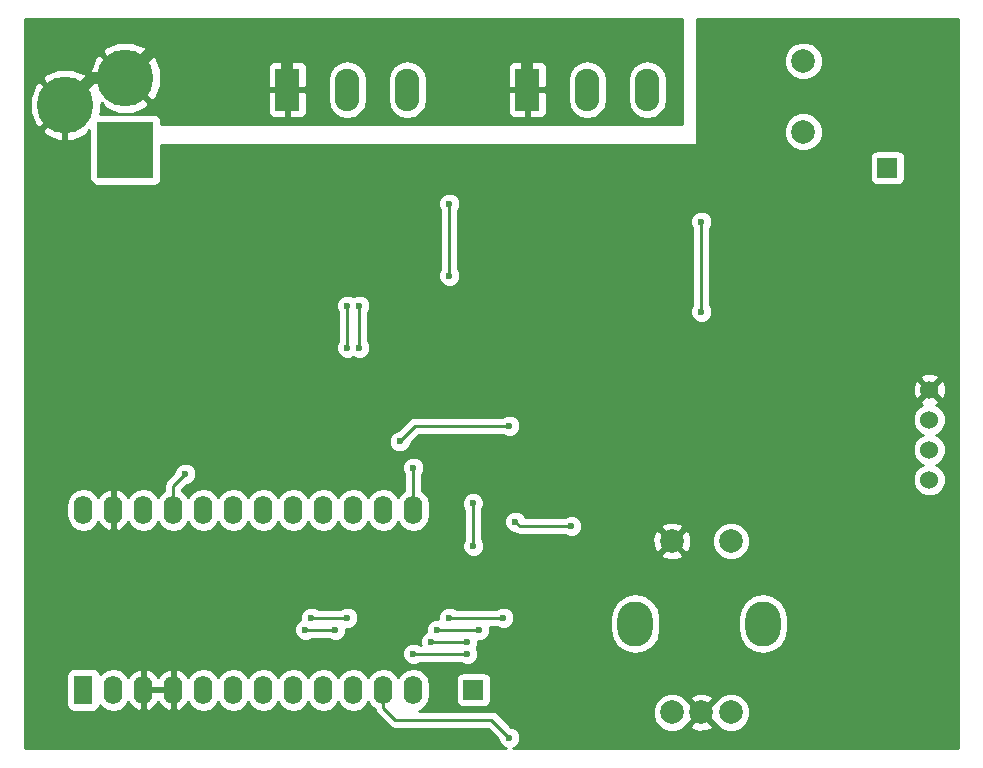
<source format=gbr>
G04 #@! TF.FileFunction,Copper,L2,Bot,Signal*
%FSLAX46Y46*%
G04 Gerber Fmt 4.6, Leading zero omitted, Abs format (unit mm)*
G04 Created by KiCad (PCBNEW 4.0.7) date 07/05/18 11:54:09*
%MOMM*%
%LPD*%
G01*
G04 APERTURE LIST*
%ADD10C,0.100000*%
%ADD11C,2.000000*%
%ADD12R,2.080000X3.600000*%
%ADD13O,2.080000X3.600000*%
%ADD14C,4.800000*%
%ADD15R,4.800000X4.800000*%
%ADD16O,3.000000X3.800000*%
%ADD17R,1.600000X2.400000*%
%ADD18O,1.600000X2.400000*%
%ADD19R,1.700000X1.700000*%
%ADD20C,1.524000*%
%ADD21C,0.600000*%
%ADD22C,0.250000*%
%ADD23C,0.500000*%
%ADD24C,1.000000*%
%ADD25C,0.254000*%
G04 APERTURE END LIST*
D10*
D11*
X140208000Y-39116000D03*
X140208000Y-33116000D03*
D12*
X116840000Y-35560000D03*
D13*
X121920000Y-35560000D03*
X127000000Y-35560000D03*
D12*
X96520000Y-35560000D03*
D13*
X101600000Y-35560000D03*
X106680000Y-35560000D03*
D14*
X82804000Y-34544000D03*
D15*
X82804000Y-40644000D03*
D14*
X77724000Y-36834000D03*
D11*
X129072000Y-88272000D03*
X131572000Y-88272000D03*
X134072000Y-88272000D03*
X134072000Y-73772000D03*
X129072000Y-73772000D03*
D16*
X125972000Y-80772000D03*
X136772000Y-80772000D03*
D17*
X79248000Y-86360000D03*
D18*
X107188000Y-71120000D03*
X81788000Y-86360000D03*
X104648000Y-71120000D03*
X84328000Y-86360000D03*
X102108000Y-71120000D03*
X86868000Y-86360000D03*
X99568000Y-71120000D03*
X89408000Y-86360000D03*
X97028000Y-71120000D03*
X91948000Y-86360000D03*
X94488000Y-71120000D03*
X94488000Y-86360000D03*
X91948000Y-71120000D03*
X97028000Y-86360000D03*
X89408000Y-71120000D03*
X99568000Y-86360000D03*
X86868000Y-71120000D03*
X102108000Y-86360000D03*
X84328000Y-71120000D03*
X104648000Y-86360000D03*
X81788000Y-71120000D03*
X107188000Y-86360000D03*
X79248000Y-71120000D03*
D19*
X112268000Y-86360000D03*
X147320000Y-42164000D03*
D20*
X150876000Y-60960000D03*
X150876000Y-63500000D03*
X150876000Y-66040000D03*
X150876000Y-68580000D03*
D21*
X146812000Y-88392000D03*
X146812000Y-83312000D03*
X146812000Y-78232000D03*
X141732000Y-48768000D03*
X141732000Y-56388000D03*
X150876000Y-56388000D03*
X149860000Y-48768000D03*
X76200000Y-55880000D03*
X98552000Y-65513991D03*
X88900000Y-65024000D03*
X144780000Y-30480000D03*
X134112000Y-31496000D03*
X130556000Y-45720000D03*
X121412000Y-40640000D03*
X121412000Y-51308000D03*
X112268000Y-48768000D03*
X110236000Y-44196000D03*
X100076000Y-51816000D03*
X100076000Y-41148000D03*
X85852000Y-65532000D03*
X89916000Y-52832000D03*
X77724000Y-47244000D03*
X82804000Y-44704000D03*
X83820000Y-44704000D03*
X77724000Y-43180000D03*
X84328000Y-45212000D03*
X107188000Y-83312000D03*
X111760000Y-83312000D03*
X108712000Y-82296000D03*
X111760000Y-82296000D03*
X120563010Y-72496642D03*
X115824000Y-72136000D03*
X87884000Y-68072000D03*
X112268000Y-74201358D03*
X112221377Y-70539918D03*
X115316000Y-90424000D03*
X106032200Y-65330810D03*
X115316000Y-64008000D03*
X101600000Y-57404000D03*
X101600000Y-53848000D03*
X98044000Y-81280000D03*
X100584000Y-81280000D03*
X109220000Y-81280000D03*
X112776000Y-81280000D03*
X98552000Y-80264000D03*
X101600000Y-80264000D03*
X110236000Y-80264000D03*
X114808000Y-80264000D03*
X110236000Y-51308000D03*
X107188000Y-67564000D03*
X102616000Y-57404000D03*
X102616000Y-53848000D03*
X110236000Y-45212000D03*
X131572000Y-54356000D03*
X131572000Y-46736000D03*
D22*
X141732000Y-56388000D02*
X141732000Y-48768000D01*
X149860000Y-48768000D02*
X150876000Y-49784000D01*
X150876000Y-49784000D02*
X150876000Y-56388000D01*
D23*
X89916000Y-52832000D02*
X89916000Y-50800000D01*
X89916000Y-50800000D02*
X84328000Y-45212000D01*
X77724000Y-47244000D02*
X77724000Y-43180000D01*
X85852000Y-65532000D02*
X85852000Y-55372000D01*
X85852000Y-55372000D02*
X77724000Y-47244000D01*
X84328000Y-45212000D02*
X83820000Y-44704000D01*
X77724000Y-43180000D02*
X77724000Y-36834000D01*
X83820000Y-44704000D02*
X79248000Y-44704000D01*
X79248000Y-44704000D02*
X77724000Y-43180000D01*
D24*
X82804000Y-34544000D02*
X85203999Y-32144001D01*
X85203999Y-32144001D02*
X96887999Y-32144001D01*
X96887999Y-32144001D02*
X98044000Y-30988000D01*
X82804000Y-34544000D02*
X80014000Y-34544000D01*
X80014000Y-34544000D02*
X77724000Y-36834000D01*
X98044000Y-30988000D02*
X96520000Y-32512000D01*
X96520000Y-32512000D02*
X96520000Y-35560000D01*
X115068000Y-30988000D02*
X98044000Y-30988000D01*
X116840000Y-35560000D02*
X116840000Y-32760000D01*
X116840000Y-32760000D02*
X115068000Y-30988000D01*
D22*
X111760000Y-83312000D02*
X107188000Y-83312000D01*
X111760000Y-82296000D02*
X108712000Y-82296000D01*
X120138746Y-72496642D02*
X120563010Y-72496642D01*
X115824000Y-72136000D02*
X116184642Y-72496642D01*
X116184642Y-72496642D02*
X120138746Y-72496642D01*
X86868000Y-71120000D02*
X86868000Y-69088000D01*
X86868000Y-69088000D02*
X87884000Y-68072000D01*
X112268000Y-74201358D02*
X112268000Y-70586541D01*
X112268000Y-70586541D02*
X112221377Y-70539918D01*
X105664000Y-88900000D02*
X104648000Y-87884000D01*
X104648000Y-87884000D02*
X104648000Y-86360000D01*
X113792000Y-88900000D02*
X105664000Y-88900000D01*
X115316000Y-90424000D02*
X113792000Y-88900000D01*
X106332199Y-65030811D02*
X106032200Y-65330810D01*
X107355010Y-64008000D02*
X106332199Y-65030811D01*
X115316000Y-64008000D02*
X107355010Y-64008000D01*
X101600000Y-53848000D02*
X101600000Y-57404000D01*
X100584000Y-81280000D02*
X98044000Y-81280000D01*
X112776000Y-81280000D02*
X109220000Y-81280000D01*
X101600000Y-80264000D02*
X98552000Y-80264000D01*
X114808000Y-80264000D02*
X110236000Y-80264000D01*
X110236000Y-51308000D02*
X110236000Y-49784000D01*
X107188000Y-67564000D02*
X107188000Y-71120000D01*
X102616000Y-53848000D02*
X102616000Y-57404000D01*
X110236000Y-45212000D02*
X110236000Y-49784000D01*
X131572000Y-46736000D02*
X131572000Y-54356000D01*
D25*
G36*
X129921000Y-38481000D02*
X85851440Y-38481000D01*
X85851440Y-38244000D01*
X85807162Y-38008683D01*
X85668090Y-37792559D01*
X85455890Y-37647569D01*
X85204000Y-37596560D01*
X80692371Y-37596560D01*
X80760072Y-37432287D01*
X80758889Y-36768719D01*
X80819887Y-36707721D01*
X81089400Y-37120010D01*
X82205713Y-37580072D01*
X83413109Y-37577919D01*
X84518600Y-37120010D01*
X84788114Y-36707719D01*
X82804000Y-34723605D01*
X82789858Y-34737748D01*
X82610253Y-34558143D01*
X82624395Y-34544000D01*
X82983605Y-34544000D01*
X84967719Y-36528114D01*
X85380010Y-36258600D01*
X85550156Y-35845750D01*
X94845000Y-35845750D01*
X94845000Y-37486310D01*
X94941673Y-37719699D01*
X95120302Y-37898327D01*
X95353691Y-37995000D01*
X96234250Y-37995000D01*
X96393000Y-37836250D01*
X96393000Y-35687000D01*
X96647000Y-35687000D01*
X96647000Y-37836250D01*
X96805750Y-37995000D01*
X97686309Y-37995000D01*
X97919698Y-37898327D01*
X98098327Y-37719699D01*
X98195000Y-37486310D01*
X98195000Y-35845750D01*
X98036250Y-35687000D01*
X96647000Y-35687000D01*
X96393000Y-35687000D01*
X95003750Y-35687000D01*
X94845000Y-35845750D01*
X85550156Y-35845750D01*
X85840072Y-35142287D01*
X85837919Y-33934891D01*
X85713158Y-33633690D01*
X94845000Y-33633690D01*
X94845000Y-35274250D01*
X95003750Y-35433000D01*
X96393000Y-35433000D01*
X96393000Y-33283750D01*
X96647000Y-33283750D01*
X96647000Y-35433000D01*
X98036250Y-35433000D01*
X98195000Y-35274250D01*
X98195000Y-34752296D01*
X99925000Y-34752296D01*
X99925000Y-36367704D01*
X100052502Y-37008699D01*
X100415596Y-37552108D01*
X100959005Y-37915202D01*
X101600000Y-38042704D01*
X102240995Y-37915202D01*
X102784404Y-37552108D01*
X103147498Y-37008699D01*
X103275000Y-36367704D01*
X103275000Y-34752296D01*
X105005000Y-34752296D01*
X105005000Y-36367704D01*
X105132502Y-37008699D01*
X105495596Y-37552108D01*
X106039005Y-37915202D01*
X106680000Y-38042704D01*
X107320995Y-37915202D01*
X107864404Y-37552108D01*
X108227498Y-37008699D01*
X108355000Y-36367704D01*
X108355000Y-35845750D01*
X115165000Y-35845750D01*
X115165000Y-37486310D01*
X115261673Y-37719699D01*
X115440302Y-37898327D01*
X115673691Y-37995000D01*
X116554250Y-37995000D01*
X116713000Y-37836250D01*
X116713000Y-35687000D01*
X116967000Y-35687000D01*
X116967000Y-37836250D01*
X117125750Y-37995000D01*
X118006309Y-37995000D01*
X118239698Y-37898327D01*
X118418327Y-37719699D01*
X118515000Y-37486310D01*
X118515000Y-35845750D01*
X118356250Y-35687000D01*
X116967000Y-35687000D01*
X116713000Y-35687000D01*
X115323750Y-35687000D01*
X115165000Y-35845750D01*
X108355000Y-35845750D01*
X108355000Y-34752296D01*
X108227498Y-34111301D01*
X107908369Y-33633690D01*
X115165000Y-33633690D01*
X115165000Y-35274250D01*
X115323750Y-35433000D01*
X116713000Y-35433000D01*
X116713000Y-33283750D01*
X116967000Y-33283750D01*
X116967000Y-35433000D01*
X118356250Y-35433000D01*
X118515000Y-35274250D01*
X118515000Y-34752296D01*
X120245000Y-34752296D01*
X120245000Y-36367704D01*
X120372502Y-37008699D01*
X120735596Y-37552108D01*
X121279005Y-37915202D01*
X121920000Y-38042704D01*
X122560995Y-37915202D01*
X123104404Y-37552108D01*
X123467498Y-37008699D01*
X123595000Y-36367704D01*
X123595000Y-34752296D01*
X125325000Y-34752296D01*
X125325000Y-36367704D01*
X125452502Y-37008699D01*
X125815596Y-37552108D01*
X126359005Y-37915202D01*
X127000000Y-38042704D01*
X127640995Y-37915202D01*
X128184404Y-37552108D01*
X128547498Y-37008699D01*
X128675000Y-36367704D01*
X128675000Y-34752296D01*
X128547498Y-34111301D01*
X128184404Y-33567892D01*
X127640995Y-33204798D01*
X127000000Y-33077296D01*
X126359005Y-33204798D01*
X125815596Y-33567892D01*
X125452502Y-34111301D01*
X125325000Y-34752296D01*
X123595000Y-34752296D01*
X123467498Y-34111301D01*
X123104404Y-33567892D01*
X122560995Y-33204798D01*
X121920000Y-33077296D01*
X121279005Y-33204798D01*
X120735596Y-33567892D01*
X120372502Y-34111301D01*
X120245000Y-34752296D01*
X118515000Y-34752296D01*
X118515000Y-33633690D01*
X118418327Y-33400301D01*
X118239698Y-33221673D01*
X118006309Y-33125000D01*
X117125750Y-33125000D01*
X116967000Y-33283750D01*
X116713000Y-33283750D01*
X116554250Y-33125000D01*
X115673691Y-33125000D01*
X115440302Y-33221673D01*
X115261673Y-33400301D01*
X115165000Y-33633690D01*
X107908369Y-33633690D01*
X107864404Y-33567892D01*
X107320995Y-33204798D01*
X106680000Y-33077296D01*
X106039005Y-33204798D01*
X105495596Y-33567892D01*
X105132502Y-34111301D01*
X105005000Y-34752296D01*
X103275000Y-34752296D01*
X103147498Y-34111301D01*
X102784404Y-33567892D01*
X102240995Y-33204798D01*
X101600000Y-33077296D01*
X100959005Y-33204798D01*
X100415596Y-33567892D01*
X100052502Y-34111301D01*
X99925000Y-34752296D01*
X98195000Y-34752296D01*
X98195000Y-33633690D01*
X98098327Y-33400301D01*
X97919698Y-33221673D01*
X97686309Y-33125000D01*
X96805750Y-33125000D01*
X96647000Y-33283750D01*
X96393000Y-33283750D01*
X96234250Y-33125000D01*
X95353691Y-33125000D01*
X95120302Y-33221673D01*
X94941673Y-33400301D01*
X94845000Y-33633690D01*
X85713158Y-33633690D01*
X85380010Y-32829400D01*
X84967719Y-32559886D01*
X82983605Y-34544000D01*
X82624395Y-34544000D01*
X80640281Y-32559886D01*
X80227990Y-32829400D01*
X79767928Y-33945713D01*
X79769111Y-34609281D01*
X79708113Y-34670279D01*
X79438600Y-34257990D01*
X78322287Y-33797928D01*
X77114891Y-33800081D01*
X76009400Y-34257990D01*
X75739886Y-34670281D01*
X77724000Y-36654395D01*
X77738143Y-36640253D01*
X77917748Y-36819858D01*
X77903605Y-36834000D01*
X77917748Y-36848143D01*
X77738143Y-37027748D01*
X77724000Y-37013605D01*
X75739886Y-38997719D01*
X76009400Y-39410010D01*
X77125713Y-39870072D01*
X78333109Y-39867919D01*
X79438600Y-39410010D01*
X79708113Y-38997721D01*
X79756560Y-39046168D01*
X79756560Y-43044000D01*
X79800838Y-43279317D01*
X79939910Y-43495441D01*
X80152110Y-43640431D01*
X80404000Y-43691440D01*
X85204000Y-43691440D01*
X85439317Y-43647162D01*
X85655441Y-43508090D01*
X85800431Y-43295890D01*
X85851440Y-43044000D01*
X85851440Y-41314000D01*
X145822560Y-41314000D01*
X145822560Y-43014000D01*
X145866838Y-43249317D01*
X146005910Y-43465441D01*
X146218110Y-43610431D01*
X146470000Y-43661440D01*
X148170000Y-43661440D01*
X148405317Y-43617162D01*
X148621441Y-43478090D01*
X148766431Y-43265890D01*
X148817440Y-43014000D01*
X148817440Y-41314000D01*
X148773162Y-41078683D01*
X148634090Y-40862559D01*
X148421890Y-40717569D01*
X148170000Y-40666560D01*
X146470000Y-40666560D01*
X146234683Y-40710838D01*
X146018559Y-40849910D01*
X145873569Y-41062110D01*
X145822560Y-41314000D01*
X85851440Y-41314000D01*
X85851440Y-40259000D01*
X131064000Y-40259000D01*
X131110159Y-40250315D01*
X131152553Y-40223035D01*
X131180994Y-40181410D01*
X131191000Y-40132000D01*
X131191000Y-39439795D01*
X138572716Y-39439795D01*
X138821106Y-40040943D01*
X139280637Y-40501278D01*
X139881352Y-40750716D01*
X140531795Y-40751284D01*
X141132943Y-40502894D01*
X141593278Y-40043363D01*
X141842716Y-39442648D01*
X141843284Y-38792205D01*
X141594894Y-38191057D01*
X141135363Y-37730722D01*
X140534648Y-37481284D01*
X139884205Y-37480716D01*
X139283057Y-37729106D01*
X138822722Y-38188637D01*
X138573284Y-38789352D01*
X138572716Y-39439795D01*
X131191000Y-39439795D01*
X131191000Y-33439795D01*
X138572716Y-33439795D01*
X138821106Y-34040943D01*
X139280637Y-34501278D01*
X139881352Y-34750716D01*
X140531795Y-34751284D01*
X141132943Y-34502894D01*
X141593278Y-34043363D01*
X141842716Y-33442648D01*
X141843284Y-32792205D01*
X141594894Y-32191057D01*
X141135363Y-31730722D01*
X140534648Y-31481284D01*
X139884205Y-31480716D01*
X139283057Y-31729106D01*
X138822722Y-32188637D01*
X138573284Y-32789352D01*
X138572716Y-33439795D01*
X131191000Y-33439795D01*
X131191000Y-29591000D01*
X153289000Y-29591000D01*
X153289000Y-91313000D01*
X115612888Y-91313000D01*
X115844943Y-91217117D01*
X116108192Y-90954327D01*
X116250838Y-90610799D01*
X116251162Y-90238833D01*
X116109117Y-89895057D01*
X115846327Y-89631808D01*
X115502799Y-89489162D01*
X115455923Y-89489121D01*
X114562597Y-88595795D01*
X127436716Y-88595795D01*
X127685106Y-89196943D01*
X128144637Y-89657278D01*
X128745352Y-89906716D01*
X129395795Y-89907284D01*
X129996943Y-89658894D01*
X130231715Y-89424532D01*
X130599073Y-89424532D01*
X130697736Y-89691387D01*
X131307461Y-89917908D01*
X131957460Y-89893856D01*
X132446264Y-89691387D01*
X132544927Y-89424532D01*
X131572000Y-88451605D01*
X130599073Y-89424532D01*
X130231715Y-89424532D01*
X130413752Y-89242813D01*
X130419468Y-89244927D01*
X131392395Y-88272000D01*
X131751605Y-88272000D01*
X132724532Y-89244927D01*
X132730722Y-89242639D01*
X133144637Y-89657278D01*
X133745352Y-89906716D01*
X134395795Y-89907284D01*
X134996943Y-89658894D01*
X135457278Y-89199363D01*
X135706716Y-88598648D01*
X135707284Y-87948205D01*
X135458894Y-87347057D01*
X134999363Y-86886722D01*
X134398648Y-86637284D01*
X133748205Y-86636716D01*
X133147057Y-86885106D01*
X132730248Y-87301187D01*
X132724532Y-87299073D01*
X131751605Y-88272000D01*
X131392395Y-88272000D01*
X130419468Y-87299073D01*
X130413278Y-87301361D01*
X130231703Y-87119468D01*
X130599073Y-87119468D01*
X131572000Y-88092395D01*
X132544927Y-87119468D01*
X132446264Y-86852613D01*
X131836539Y-86626092D01*
X131186540Y-86650144D01*
X130697736Y-86852613D01*
X130599073Y-87119468D01*
X130231703Y-87119468D01*
X129999363Y-86886722D01*
X129398648Y-86637284D01*
X128748205Y-86636716D01*
X128147057Y-86885106D01*
X127686722Y-87344637D01*
X127437284Y-87945352D01*
X127436716Y-88595795D01*
X114562597Y-88595795D01*
X114329401Y-88362599D01*
X114082839Y-88197852D01*
X113792000Y-88140000D01*
X107645236Y-88140000D01*
X107737151Y-88121717D01*
X108202698Y-87810648D01*
X108513767Y-87345101D01*
X108623000Y-86795950D01*
X108623000Y-85924050D01*
X108540641Y-85510000D01*
X110770560Y-85510000D01*
X110770560Y-87210000D01*
X110814838Y-87445317D01*
X110953910Y-87661441D01*
X111166110Y-87806431D01*
X111418000Y-87857440D01*
X113118000Y-87857440D01*
X113353317Y-87813162D01*
X113569441Y-87674090D01*
X113714431Y-87461890D01*
X113765440Y-87210000D01*
X113765440Y-85510000D01*
X113721162Y-85274683D01*
X113582090Y-85058559D01*
X113369890Y-84913569D01*
X113118000Y-84862560D01*
X111418000Y-84862560D01*
X111182683Y-84906838D01*
X110966559Y-85045910D01*
X110821569Y-85258110D01*
X110770560Y-85510000D01*
X108540641Y-85510000D01*
X108513767Y-85374899D01*
X108202698Y-84909352D01*
X107737151Y-84598283D01*
X107188000Y-84489050D01*
X106638849Y-84598283D01*
X106173302Y-84909352D01*
X105918000Y-85291438D01*
X105662698Y-84909352D01*
X105197151Y-84598283D01*
X104648000Y-84489050D01*
X104098849Y-84598283D01*
X103633302Y-84909352D01*
X103378000Y-85291438D01*
X103122698Y-84909352D01*
X102657151Y-84598283D01*
X102108000Y-84489050D01*
X101558849Y-84598283D01*
X101093302Y-84909352D01*
X100838000Y-85291438D01*
X100582698Y-84909352D01*
X100117151Y-84598283D01*
X99568000Y-84489050D01*
X99018849Y-84598283D01*
X98553302Y-84909352D01*
X98298000Y-85291438D01*
X98042698Y-84909352D01*
X97577151Y-84598283D01*
X97028000Y-84489050D01*
X96478849Y-84598283D01*
X96013302Y-84909352D01*
X95758000Y-85291438D01*
X95502698Y-84909352D01*
X95037151Y-84598283D01*
X94488000Y-84489050D01*
X93938849Y-84598283D01*
X93473302Y-84909352D01*
X93218000Y-85291438D01*
X92962698Y-84909352D01*
X92497151Y-84598283D01*
X91948000Y-84489050D01*
X91398849Y-84598283D01*
X90933302Y-84909352D01*
X90678000Y-85291438D01*
X90422698Y-84909352D01*
X89957151Y-84598283D01*
X89408000Y-84489050D01*
X88858849Y-84598283D01*
X88393302Y-84909352D01*
X88140493Y-85287707D01*
X87792896Y-84855500D01*
X87299819Y-84585633D01*
X87217039Y-84568096D01*
X86995000Y-84690085D01*
X86995000Y-86233000D01*
X87015000Y-86233000D01*
X87015000Y-86487000D01*
X86995000Y-86487000D01*
X86995000Y-88029915D01*
X87217039Y-88151904D01*
X87299819Y-88134367D01*
X87792896Y-87864500D01*
X88140493Y-87432293D01*
X88393302Y-87810648D01*
X88858849Y-88121717D01*
X89408000Y-88230950D01*
X89957151Y-88121717D01*
X90422698Y-87810648D01*
X90678000Y-87428562D01*
X90933302Y-87810648D01*
X91398849Y-88121717D01*
X91948000Y-88230950D01*
X92497151Y-88121717D01*
X92962698Y-87810648D01*
X93218000Y-87428562D01*
X93473302Y-87810648D01*
X93938849Y-88121717D01*
X94488000Y-88230950D01*
X95037151Y-88121717D01*
X95502698Y-87810648D01*
X95758000Y-87428562D01*
X96013302Y-87810648D01*
X96478849Y-88121717D01*
X97028000Y-88230950D01*
X97577151Y-88121717D01*
X98042698Y-87810648D01*
X98298000Y-87428562D01*
X98553302Y-87810648D01*
X99018849Y-88121717D01*
X99568000Y-88230950D01*
X100117151Y-88121717D01*
X100582698Y-87810648D01*
X100838000Y-87428562D01*
X101093302Y-87810648D01*
X101558849Y-88121717D01*
X102108000Y-88230950D01*
X102657151Y-88121717D01*
X103122698Y-87810648D01*
X103378000Y-87428562D01*
X103633302Y-87810648D01*
X103910214Y-87995675D01*
X103945852Y-88174839D01*
X104110599Y-88421401D01*
X105126599Y-89437401D01*
X105373161Y-89602148D01*
X105664000Y-89660000D01*
X113477198Y-89660000D01*
X114380878Y-90563680D01*
X114380838Y-90609167D01*
X114522883Y-90952943D01*
X114785673Y-91216192D01*
X115018811Y-91313000D01*
X74295000Y-91313000D01*
X74295000Y-85160000D01*
X77800560Y-85160000D01*
X77800560Y-87560000D01*
X77844838Y-87795317D01*
X77983910Y-88011441D01*
X78196110Y-88156431D01*
X78448000Y-88207440D01*
X80048000Y-88207440D01*
X80283317Y-88163162D01*
X80499441Y-88024090D01*
X80644431Y-87811890D01*
X80674597Y-87662926D01*
X80773302Y-87810648D01*
X81238849Y-88121717D01*
X81788000Y-88230950D01*
X82337151Y-88121717D01*
X82802698Y-87810648D01*
X83055507Y-87432293D01*
X83403104Y-87864500D01*
X83896181Y-88134367D01*
X83978961Y-88151904D01*
X84201000Y-88029915D01*
X84201000Y-86487000D01*
X84455000Y-86487000D01*
X84455000Y-88029915D01*
X84677039Y-88151904D01*
X84759819Y-88134367D01*
X85252896Y-87864500D01*
X85598000Y-87435393D01*
X85943104Y-87864500D01*
X86436181Y-88134367D01*
X86518961Y-88151904D01*
X86741000Y-88029915D01*
X86741000Y-86487000D01*
X84455000Y-86487000D01*
X84201000Y-86487000D01*
X84181000Y-86487000D01*
X84181000Y-86233000D01*
X84201000Y-86233000D01*
X84201000Y-84690085D01*
X84455000Y-84690085D01*
X84455000Y-86233000D01*
X86741000Y-86233000D01*
X86741000Y-84690085D01*
X86518961Y-84568096D01*
X86436181Y-84585633D01*
X85943104Y-84855500D01*
X85598000Y-85284607D01*
X85252896Y-84855500D01*
X84759819Y-84585633D01*
X84677039Y-84568096D01*
X84455000Y-84690085D01*
X84201000Y-84690085D01*
X83978961Y-84568096D01*
X83896181Y-84585633D01*
X83403104Y-84855500D01*
X83055507Y-85287707D01*
X82802698Y-84909352D01*
X82337151Y-84598283D01*
X81788000Y-84489050D01*
X81238849Y-84598283D01*
X80773302Y-84909352D01*
X80675749Y-85055350D01*
X80651162Y-84924683D01*
X80512090Y-84708559D01*
X80299890Y-84563569D01*
X80048000Y-84512560D01*
X78448000Y-84512560D01*
X78212683Y-84556838D01*
X77996559Y-84695910D01*
X77851569Y-84908110D01*
X77800560Y-85160000D01*
X74295000Y-85160000D01*
X74295000Y-83497167D01*
X106252838Y-83497167D01*
X106394883Y-83840943D01*
X106657673Y-84104192D01*
X107001201Y-84246838D01*
X107373167Y-84247162D01*
X107716943Y-84105117D01*
X107750118Y-84072000D01*
X111197537Y-84072000D01*
X111229673Y-84104192D01*
X111573201Y-84246838D01*
X111945167Y-84247162D01*
X112288943Y-84105117D01*
X112552192Y-83842327D01*
X112694838Y-83498799D01*
X112695162Y-83126833D01*
X112561617Y-82803629D01*
X112694838Y-82482799D01*
X112695071Y-82214930D01*
X112961167Y-82215162D01*
X113304943Y-82073117D01*
X113568192Y-81810327D01*
X113710838Y-81466799D01*
X113711162Y-81094833D01*
X113681894Y-81024000D01*
X114245537Y-81024000D01*
X114277673Y-81056192D01*
X114621201Y-81198838D01*
X114993167Y-81199162D01*
X115336943Y-81057117D01*
X115600192Y-80794327D01*
X115742838Y-80450799D01*
X115742949Y-80322336D01*
X123837000Y-80322336D01*
X123837000Y-81221664D01*
X123999517Y-82038693D01*
X124462327Y-82731337D01*
X125154971Y-83194147D01*
X125972000Y-83356664D01*
X126789029Y-83194147D01*
X127481673Y-82731337D01*
X127944483Y-82038693D01*
X128107000Y-81221664D01*
X128107000Y-80322336D01*
X134637000Y-80322336D01*
X134637000Y-81221664D01*
X134799517Y-82038693D01*
X135262327Y-82731337D01*
X135954971Y-83194147D01*
X136772000Y-83356664D01*
X137589029Y-83194147D01*
X138281673Y-82731337D01*
X138744483Y-82038693D01*
X138907000Y-81221664D01*
X138907000Y-80322336D01*
X138744483Y-79505307D01*
X138281673Y-78812663D01*
X137589029Y-78349853D01*
X136772000Y-78187336D01*
X135954971Y-78349853D01*
X135262327Y-78812663D01*
X134799517Y-79505307D01*
X134637000Y-80322336D01*
X128107000Y-80322336D01*
X127944483Y-79505307D01*
X127481673Y-78812663D01*
X126789029Y-78349853D01*
X125972000Y-78187336D01*
X125154971Y-78349853D01*
X124462327Y-78812663D01*
X123999517Y-79505307D01*
X123837000Y-80322336D01*
X115742949Y-80322336D01*
X115743162Y-80078833D01*
X115601117Y-79735057D01*
X115338327Y-79471808D01*
X114994799Y-79329162D01*
X114622833Y-79328838D01*
X114279057Y-79470883D01*
X114245882Y-79504000D01*
X110798463Y-79504000D01*
X110766327Y-79471808D01*
X110422799Y-79329162D01*
X110050833Y-79328838D01*
X109707057Y-79470883D01*
X109443808Y-79733673D01*
X109301162Y-80077201D01*
X109300929Y-80345070D01*
X109034833Y-80344838D01*
X108691057Y-80486883D01*
X108427808Y-80749673D01*
X108285162Y-81093201D01*
X108284842Y-81460826D01*
X108183057Y-81502883D01*
X107919808Y-81765673D01*
X107777162Y-82109201D01*
X107776838Y-82481167D01*
X107806106Y-82552000D01*
X107750463Y-82552000D01*
X107718327Y-82519808D01*
X107374799Y-82377162D01*
X107002833Y-82376838D01*
X106659057Y-82518883D01*
X106395808Y-82781673D01*
X106253162Y-83125201D01*
X106252838Y-83497167D01*
X74295000Y-83497167D01*
X74295000Y-81465167D01*
X97108838Y-81465167D01*
X97250883Y-81808943D01*
X97513673Y-82072192D01*
X97857201Y-82214838D01*
X98229167Y-82215162D01*
X98572943Y-82073117D01*
X98606118Y-82040000D01*
X100021537Y-82040000D01*
X100053673Y-82072192D01*
X100397201Y-82214838D01*
X100769167Y-82215162D01*
X101112943Y-82073117D01*
X101376192Y-81810327D01*
X101518838Y-81466799D01*
X101519071Y-81198930D01*
X101785167Y-81199162D01*
X102128943Y-81057117D01*
X102392192Y-80794327D01*
X102534838Y-80450799D01*
X102535162Y-80078833D01*
X102393117Y-79735057D01*
X102130327Y-79471808D01*
X101786799Y-79329162D01*
X101414833Y-79328838D01*
X101071057Y-79470883D01*
X101037882Y-79504000D01*
X99114463Y-79504000D01*
X99082327Y-79471808D01*
X98738799Y-79329162D01*
X98366833Y-79328838D01*
X98023057Y-79470883D01*
X97759808Y-79733673D01*
X97617162Y-80077201D01*
X97616842Y-80444826D01*
X97515057Y-80486883D01*
X97251808Y-80749673D01*
X97109162Y-81093201D01*
X97108838Y-81465167D01*
X74295000Y-81465167D01*
X74295000Y-70684050D01*
X77813000Y-70684050D01*
X77813000Y-71555950D01*
X77922233Y-72105101D01*
X78233302Y-72570648D01*
X78698849Y-72881717D01*
X79248000Y-72990950D01*
X79797151Y-72881717D01*
X80262698Y-72570648D01*
X80515507Y-72192293D01*
X80863104Y-72624500D01*
X81356181Y-72894367D01*
X81438961Y-72911904D01*
X81661000Y-72789915D01*
X81661000Y-71247000D01*
X81641000Y-71247000D01*
X81641000Y-70993000D01*
X81661000Y-70993000D01*
X81661000Y-69450085D01*
X81915000Y-69450085D01*
X81915000Y-70993000D01*
X81935000Y-70993000D01*
X81935000Y-71247000D01*
X81915000Y-71247000D01*
X81915000Y-72789915D01*
X82137039Y-72911904D01*
X82219819Y-72894367D01*
X82712896Y-72624500D01*
X83060493Y-72192293D01*
X83313302Y-72570648D01*
X83778849Y-72881717D01*
X84328000Y-72990950D01*
X84877151Y-72881717D01*
X85342698Y-72570648D01*
X85598000Y-72188562D01*
X85853302Y-72570648D01*
X86318849Y-72881717D01*
X86868000Y-72990950D01*
X87417151Y-72881717D01*
X87882698Y-72570648D01*
X88138000Y-72188562D01*
X88393302Y-72570648D01*
X88858849Y-72881717D01*
X89408000Y-72990950D01*
X89957151Y-72881717D01*
X90422698Y-72570648D01*
X90678000Y-72188562D01*
X90933302Y-72570648D01*
X91398849Y-72881717D01*
X91948000Y-72990950D01*
X92497151Y-72881717D01*
X92962698Y-72570648D01*
X93218000Y-72188562D01*
X93473302Y-72570648D01*
X93938849Y-72881717D01*
X94488000Y-72990950D01*
X95037151Y-72881717D01*
X95502698Y-72570648D01*
X95758000Y-72188562D01*
X96013302Y-72570648D01*
X96478849Y-72881717D01*
X97028000Y-72990950D01*
X97577151Y-72881717D01*
X98042698Y-72570648D01*
X98298000Y-72188562D01*
X98553302Y-72570648D01*
X99018849Y-72881717D01*
X99568000Y-72990950D01*
X100117151Y-72881717D01*
X100582698Y-72570648D01*
X100838000Y-72188562D01*
X101093302Y-72570648D01*
X101558849Y-72881717D01*
X102108000Y-72990950D01*
X102657151Y-72881717D01*
X103122698Y-72570648D01*
X103378000Y-72188562D01*
X103633302Y-72570648D01*
X104098849Y-72881717D01*
X104648000Y-72990950D01*
X105197151Y-72881717D01*
X105662698Y-72570648D01*
X105918000Y-72188562D01*
X106173302Y-72570648D01*
X106638849Y-72881717D01*
X107188000Y-72990950D01*
X107737151Y-72881717D01*
X108202698Y-72570648D01*
X108513767Y-72105101D01*
X108623000Y-71555950D01*
X108623000Y-70725085D01*
X111286215Y-70725085D01*
X111428260Y-71068861D01*
X111508000Y-71148740D01*
X111508000Y-73638895D01*
X111475808Y-73671031D01*
X111333162Y-74014559D01*
X111332838Y-74386525D01*
X111474883Y-74730301D01*
X111737673Y-74993550D01*
X112081201Y-75136196D01*
X112453167Y-75136520D01*
X112796943Y-74994475D01*
X112867008Y-74924532D01*
X128099073Y-74924532D01*
X128197736Y-75191387D01*
X128807461Y-75417908D01*
X129457460Y-75393856D01*
X129946264Y-75191387D01*
X130044927Y-74924532D01*
X129072000Y-73951605D01*
X128099073Y-74924532D01*
X112867008Y-74924532D01*
X113060192Y-74731685D01*
X113202838Y-74388157D01*
X113203162Y-74016191D01*
X113061117Y-73672415D01*
X113028000Y-73639240D01*
X113028000Y-73507461D01*
X127426092Y-73507461D01*
X127450144Y-74157460D01*
X127652613Y-74646264D01*
X127919468Y-74744927D01*
X128892395Y-73772000D01*
X129251605Y-73772000D01*
X130224532Y-74744927D01*
X130491387Y-74646264D01*
X130695893Y-74095795D01*
X132436716Y-74095795D01*
X132685106Y-74696943D01*
X133144637Y-75157278D01*
X133745352Y-75406716D01*
X134395795Y-75407284D01*
X134996943Y-75158894D01*
X135457278Y-74699363D01*
X135706716Y-74098648D01*
X135707284Y-73448205D01*
X135458894Y-72847057D01*
X134999363Y-72386722D01*
X134398648Y-72137284D01*
X133748205Y-72136716D01*
X133147057Y-72385106D01*
X132686722Y-72844637D01*
X132437284Y-73445352D01*
X132436716Y-74095795D01*
X130695893Y-74095795D01*
X130717908Y-74036539D01*
X130693856Y-73386540D01*
X130491387Y-72897736D01*
X130224532Y-72799073D01*
X129251605Y-73772000D01*
X128892395Y-73772000D01*
X127919468Y-72799073D01*
X127652613Y-72897736D01*
X127426092Y-73507461D01*
X113028000Y-73507461D01*
X113028000Y-72321167D01*
X114888838Y-72321167D01*
X115030883Y-72664943D01*
X115293673Y-72928192D01*
X115637201Y-73070838D01*
X115702394Y-73070895D01*
X115893803Y-73198790D01*
X116184642Y-73256642D01*
X120000547Y-73256642D01*
X120032683Y-73288834D01*
X120376211Y-73431480D01*
X120748177Y-73431804D01*
X121091953Y-73289759D01*
X121355202Y-73026969D01*
X121497848Y-72683441D01*
X121497903Y-72619468D01*
X128099073Y-72619468D01*
X129072000Y-73592395D01*
X130044927Y-72619468D01*
X129946264Y-72352613D01*
X129336539Y-72126092D01*
X128686540Y-72150144D01*
X128197736Y-72352613D01*
X128099073Y-72619468D01*
X121497903Y-72619468D01*
X121498172Y-72311475D01*
X121356127Y-71967699D01*
X121093337Y-71704450D01*
X120749809Y-71561804D01*
X120377843Y-71561480D01*
X120034067Y-71703525D01*
X120000892Y-71736642D01*
X116670660Y-71736642D01*
X116617117Y-71607057D01*
X116354327Y-71343808D01*
X116010799Y-71201162D01*
X115638833Y-71200838D01*
X115295057Y-71342883D01*
X115031808Y-71605673D01*
X114889162Y-71949201D01*
X114888838Y-72321167D01*
X113028000Y-72321167D01*
X113028000Y-71035491D01*
X113156215Y-70726717D01*
X113156539Y-70354751D01*
X113014494Y-70010975D01*
X112751704Y-69747726D01*
X112408176Y-69605080D01*
X112036210Y-69604756D01*
X111692434Y-69746801D01*
X111429185Y-70009591D01*
X111286539Y-70353119D01*
X111286215Y-70725085D01*
X108623000Y-70725085D01*
X108623000Y-70684050D01*
X108513767Y-70134899D01*
X108202698Y-69669352D01*
X107948000Y-69499168D01*
X107948000Y-68126463D01*
X107980192Y-68094327D01*
X108122838Y-67750799D01*
X108123162Y-67378833D01*
X107981117Y-67035057D01*
X107718327Y-66771808D01*
X107374799Y-66629162D01*
X107002833Y-66628838D01*
X106659057Y-66770883D01*
X106395808Y-67033673D01*
X106253162Y-67377201D01*
X106252838Y-67749167D01*
X106394883Y-68092943D01*
X106428000Y-68126118D01*
X106428000Y-69499168D01*
X106173302Y-69669352D01*
X105918000Y-70051438D01*
X105662698Y-69669352D01*
X105197151Y-69358283D01*
X104648000Y-69249050D01*
X104098849Y-69358283D01*
X103633302Y-69669352D01*
X103378000Y-70051438D01*
X103122698Y-69669352D01*
X102657151Y-69358283D01*
X102108000Y-69249050D01*
X101558849Y-69358283D01*
X101093302Y-69669352D01*
X100838000Y-70051438D01*
X100582698Y-69669352D01*
X100117151Y-69358283D01*
X99568000Y-69249050D01*
X99018849Y-69358283D01*
X98553302Y-69669352D01*
X98298000Y-70051438D01*
X98042698Y-69669352D01*
X97577151Y-69358283D01*
X97028000Y-69249050D01*
X96478849Y-69358283D01*
X96013302Y-69669352D01*
X95758000Y-70051438D01*
X95502698Y-69669352D01*
X95037151Y-69358283D01*
X94488000Y-69249050D01*
X93938849Y-69358283D01*
X93473302Y-69669352D01*
X93218000Y-70051438D01*
X92962698Y-69669352D01*
X92497151Y-69358283D01*
X91948000Y-69249050D01*
X91398849Y-69358283D01*
X90933302Y-69669352D01*
X90678000Y-70051438D01*
X90422698Y-69669352D01*
X89957151Y-69358283D01*
X89408000Y-69249050D01*
X88858849Y-69358283D01*
X88393302Y-69669352D01*
X88138000Y-70051438D01*
X87882698Y-69669352D01*
X87628000Y-69499168D01*
X87628000Y-69402802D01*
X88023680Y-69007122D01*
X88069167Y-69007162D01*
X88412943Y-68865117D01*
X88676192Y-68602327D01*
X88818838Y-68258799D01*
X88819162Y-67886833D01*
X88677117Y-67543057D01*
X88414327Y-67279808D01*
X88070799Y-67137162D01*
X87698833Y-67136838D01*
X87355057Y-67278883D01*
X87091808Y-67541673D01*
X86949162Y-67885201D01*
X86949121Y-67932077D01*
X86330599Y-68550599D01*
X86165852Y-68797161D01*
X86108000Y-69088000D01*
X86108000Y-69499168D01*
X85853302Y-69669352D01*
X85598000Y-70051438D01*
X85342698Y-69669352D01*
X84877151Y-69358283D01*
X84328000Y-69249050D01*
X83778849Y-69358283D01*
X83313302Y-69669352D01*
X83060493Y-70047707D01*
X82712896Y-69615500D01*
X82219819Y-69345633D01*
X82137039Y-69328096D01*
X81915000Y-69450085D01*
X81661000Y-69450085D01*
X81438961Y-69328096D01*
X81356181Y-69345633D01*
X80863104Y-69615500D01*
X80515507Y-70047707D01*
X80262698Y-69669352D01*
X79797151Y-69358283D01*
X79248000Y-69249050D01*
X78698849Y-69358283D01*
X78233302Y-69669352D01*
X77922233Y-70134899D01*
X77813000Y-70684050D01*
X74295000Y-70684050D01*
X74295000Y-65515977D01*
X105097038Y-65515977D01*
X105239083Y-65859753D01*
X105501873Y-66123002D01*
X105845401Y-66265648D01*
X106217367Y-66265972D01*
X106561143Y-66123927D01*
X106824392Y-65861137D01*
X106967038Y-65517609D01*
X106967079Y-65470733D01*
X107669812Y-64768000D01*
X114753537Y-64768000D01*
X114785673Y-64800192D01*
X115129201Y-64942838D01*
X115501167Y-64943162D01*
X115844943Y-64801117D01*
X116108192Y-64538327D01*
X116250838Y-64194799D01*
X116251162Y-63822833D01*
X116232085Y-63776661D01*
X149478758Y-63776661D01*
X149690990Y-64290303D01*
X150083630Y-64683629D01*
X150291512Y-64769949D01*
X150085697Y-64854990D01*
X149692371Y-65247630D01*
X149479243Y-65760900D01*
X149478758Y-66316661D01*
X149690990Y-66830303D01*
X150083630Y-67223629D01*
X150291512Y-67309949D01*
X150085697Y-67394990D01*
X149692371Y-67787630D01*
X149479243Y-68300900D01*
X149478758Y-68856661D01*
X149690990Y-69370303D01*
X150083630Y-69763629D01*
X150596900Y-69976757D01*
X151152661Y-69977242D01*
X151666303Y-69765010D01*
X152059629Y-69372370D01*
X152272757Y-68859100D01*
X152273242Y-68303339D01*
X152061010Y-67789697D01*
X151668370Y-67396371D01*
X151460488Y-67310051D01*
X151666303Y-67225010D01*
X152059629Y-66832370D01*
X152272757Y-66319100D01*
X152273242Y-65763339D01*
X152061010Y-65249697D01*
X151668370Y-64856371D01*
X151460488Y-64770051D01*
X151666303Y-64685010D01*
X152059629Y-64292370D01*
X152272757Y-63779100D01*
X152273242Y-63223339D01*
X152061010Y-62709697D01*
X151668370Y-62316371D01*
X151476273Y-62236605D01*
X151607143Y-62182397D01*
X151676608Y-61940213D01*
X150876000Y-61139605D01*
X150075392Y-61940213D01*
X150144857Y-62182397D01*
X150285318Y-62232509D01*
X150085697Y-62314990D01*
X149692371Y-62707630D01*
X149479243Y-63220900D01*
X149478758Y-63776661D01*
X116232085Y-63776661D01*
X116109117Y-63479057D01*
X115846327Y-63215808D01*
X115502799Y-63073162D01*
X115130833Y-63072838D01*
X114787057Y-63214883D01*
X114753882Y-63248000D01*
X107355010Y-63248000D01*
X107064170Y-63305852D01*
X106817609Y-63470599D01*
X105892520Y-64395688D01*
X105847033Y-64395648D01*
X105503257Y-64537693D01*
X105240008Y-64800483D01*
X105097362Y-65144011D01*
X105097038Y-65515977D01*
X74295000Y-65515977D01*
X74295000Y-60752302D01*
X149466856Y-60752302D01*
X149494638Y-61307368D01*
X149653603Y-61691143D01*
X149895787Y-61760608D01*
X150696395Y-60960000D01*
X151055605Y-60960000D01*
X151856213Y-61760608D01*
X152098397Y-61691143D01*
X152285144Y-61167698D01*
X152257362Y-60612632D01*
X152098397Y-60228857D01*
X151856213Y-60159392D01*
X151055605Y-60960000D01*
X150696395Y-60960000D01*
X149895787Y-60159392D01*
X149653603Y-60228857D01*
X149466856Y-60752302D01*
X74295000Y-60752302D01*
X74295000Y-59979787D01*
X150075392Y-59979787D01*
X150876000Y-60780395D01*
X151676608Y-59979787D01*
X151607143Y-59737603D01*
X151083698Y-59550856D01*
X150528632Y-59578638D01*
X150144857Y-59737603D01*
X150075392Y-59979787D01*
X74295000Y-59979787D01*
X74295000Y-54033167D01*
X100664838Y-54033167D01*
X100806883Y-54376943D01*
X100840000Y-54410118D01*
X100840000Y-56841537D01*
X100807808Y-56873673D01*
X100665162Y-57217201D01*
X100664838Y-57589167D01*
X100806883Y-57932943D01*
X101069673Y-58196192D01*
X101413201Y-58338838D01*
X101785167Y-58339162D01*
X102108371Y-58205617D01*
X102429201Y-58338838D01*
X102801167Y-58339162D01*
X103144943Y-58197117D01*
X103408192Y-57934327D01*
X103550838Y-57590799D01*
X103551162Y-57218833D01*
X103409117Y-56875057D01*
X103376000Y-56841882D01*
X103376000Y-54410463D01*
X103408192Y-54378327D01*
X103550838Y-54034799D01*
X103551162Y-53662833D01*
X103409117Y-53319057D01*
X103146327Y-53055808D01*
X102802799Y-52913162D01*
X102430833Y-52912838D01*
X102107629Y-53046383D01*
X101786799Y-52913162D01*
X101414833Y-52912838D01*
X101071057Y-53054883D01*
X100807808Y-53317673D01*
X100665162Y-53661201D01*
X100664838Y-54033167D01*
X74295000Y-54033167D01*
X74295000Y-45397167D01*
X109300838Y-45397167D01*
X109442883Y-45740943D01*
X109476000Y-45774118D01*
X109476000Y-50745537D01*
X109443808Y-50777673D01*
X109301162Y-51121201D01*
X109300838Y-51493167D01*
X109442883Y-51836943D01*
X109705673Y-52100192D01*
X110049201Y-52242838D01*
X110421167Y-52243162D01*
X110764943Y-52101117D01*
X111028192Y-51838327D01*
X111170838Y-51494799D01*
X111171162Y-51122833D01*
X111029117Y-50779057D01*
X110996000Y-50745882D01*
X110996000Y-46921167D01*
X130636838Y-46921167D01*
X130778883Y-47264943D01*
X130812000Y-47298118D01*
X130812000Y-53793537D01*
X130779808Y-53825673D01*
X130637162Y-54169201D01*
X130636838Y-54541167D01*
X130778883Y-54884943D01*
X131041673Y-55148192D01*
X131385201Y-55290838D01*
X131757167Y-55291162D01*
X132100943Y-55149117D01*
X132364192Y-54886327D01*
X132506838Y-54542799D01*
X132507162Y-54170833D01*
X132365117Y-53827057D01*
X132332000Y-53793882D01*
X132332000Y-47298463D01*
X132364192Y-47266327D01*
X132506838Y-46922799D01*
X132507162Y-46550833D01*
X132365117Y-46207057D01*
X132102327Y-45943808D01*
X131758799Y-45801162D01*
X131386833Y-45800838D01*
X131043057Y-45942883D01*
X130779808Y-46205673D01*
X130637162Y-46549201D01*
X130636838Y-46921167D01*
X110996000Y-46921167D01*
X110996000Y-45774463D01*
X111028192Y-45742327D01*
X111170838Y-45398799D01*
X111171162Y-45026833D01*
X111029117Y-44683057D01*
X110766327Y-44419808D01*
X110422799Y-44277162D01*
X110050833Y-44276838D01*
X109707057Y-44418883D01*
X109443808Y-44681673D01*
X109301162Y-45025201D01*
X109300838Y-45397167D01*
X74295000Y-45397167D01*
X74295000Y-36235713D01*
X74687928Y-36235713D01*
X74690081Y-37443109D01*
X75147990Y-38548600D01*
X75560281Y-38818114D01*
X77544395Y-36834000D01*
X75560281Y-34849886D01*
X75147990Y-35119400D01*
X74687928Y-36235713D01*
X74295000Y-36235713D01*
X74295000Y-32380281D01*
X80819886Y-32380281D01*
X82804000Y-34364395D01*
X84788114Y-32380281D01*
X84518600Y-31967990D01*
X83402287Y-31507928D01*
X82194891Y-31510081D01*
X81089400Y-31967990D01*
X80819886Y-32380281D01*
X74295000Y-32380281D01*
X74295000Y-29591000D01*
X129921000Y-29591000D01*
X129921000Y-38481000D01*
X129921000Y-38481000D01*
G37*
X129921000Y-38481000D02*
X85851440Y-38481000D01*
X85851440Y-38244000D01*
X85807162Y-38008683D01*
X85668090Y-37792559D01*
X85455890Y-37647569D01*
X85204000Y-37596560D01*
X80692371Y-37596560D01*
X80760072Y-37432287D01*
X80758889Y-36768719D01*
X80819887Y-36707721D01*
X81089400Y-37120010D01*
X82205713Y-37580072D01*
X83413109Y-37577919D01*
X84518600Y-37120010D01*
X84788114Y-36707719D01*
X82804000Y-34723605D01*
X82789858Y-34737748D01*
X82610253Y-34558143D01*
X82624395Y-34544000D01*
X82983605Y-34544000D01*
X84967719Y-36528114D01*
X85380010Y-36258600D01*
X85550156Y-35845750D01*
X94845000Y-35845750D01*
X94845000Y-37486310D01*
X94941673Y-37719699D01*
X95120302Y-37898327D01*
X95353691Y-37995000D01*
X96234250Y-37995000D01*
X96393000Y-37836250D01*
X96393000Y-35687000D01*
X96647000Y-35687000D01*
X96647000Y-37836250D01*
X96805750Y-37995000D01*
X97686309Y-37995000D01*
X97919698Y-37898327D01*
X98098327Y-37719699D01*
X98195000Y-37486310D01*
X98195000Y-35845750D01*
X98036250Y-35687000D01*
X96647000Y-35687000D01*
X96393000Y-35687000D01*
X95003750Y-35687000D01*
X94845000Y-35845750D01*
X85550156Y-35845750D01*
X85840072Y-35142287D01*
X85837919Y-33934891D01*
X85713158Y-33633690D01*
X94845000Y-33633690D01*
X94845000Y-35274250D01*
X95003750Y-35433000D01*
X96393000Y-35433000D01*
X96393000Y-33283750D01*
X96647000Y-33283750D01*
X96647000Y-35433000D01*
X98036250Y-35433000D01*
X98195000Y-35274250D01*
X98195000Y-34752296D01*
X99925000Y-34752296D01*
X99925000Y-36367704D01*
X100052502Y-37008699D01*
X100415596Y-37552108D01*
X100959005Y-37915202D01*
X101600000Y-38042704D01*
X102240995Y-37915202D01*
X102784404Y-37552108D01*
X103147498Y-37008699D01*
X103275000Y-36367704D01*
X103275000Y-34752296D01*
X105005000Y-34752296D01*
X105005000Y-36367704D01*
X105132502Y-37008699D01*
X105495596Y-37552108D01*
X106039005Y-37915202D01*
X106680000Y-38042704D01*
X107320995Y-37915202D01*
X107864404Y-37552108D01*
X108227498Y-37008699D01*
X108355000Y-36367704D01*
X108355000Y-35845750D01*
X115165000Y-35845750D01*
X115165000Y-37486310D01*
X115261673Y-37719699D01*
X115440302Y-37898327D01*
X115673691Y-37995000D01*
X116554250Y-37995000D01*
X116713000Y-37836250D01*
X116713000Y-35687000D01*
X116967000Y-35687000D01*
X116967000Y-37836250D01*
X117125750Y-37995000D01*
X118006309Y-37995000D01*
X118239698Y-37898327D01*
X118418327Y-37719699D01*
X118515000Y-37486310D01*
X118515000Y-35845750D01*
X118356250Y-35687000D01*
X116967000Y-35687000D01*
X116713000Y-35687000D01*
X115323750Y-35687000D01*
X115165000Y-35845750D01*
X108355000Y-35845750D01*
X108355000Y-34752296D01*
X108227498Y-34111301D01*
X107908369Y-33633690D01*
X115165000Y-33633690D01*
X115165000Y-35274250D01*
X115323750Y-35433000D01*
X116713000Y-35433000D01*
X116713000Y-33283750D01*
X116967000Y-33283750D01*
X116967000Y-35433000D01*
X118356250Y-35433000D01*
X118515000Y-35274250D01*
X118515000Y-34752296D01*
X120245000Y-34752296D01*
X120245000Y-36367704D01*
X120372502Y-37008699D01*
X120735596Y-37552108D01*
X121279005Y-37915202D01*
X121920000Y-38042704D01*
X122560995Y-37915202D01*
X123104404Y-37552108D01*
X123467498Y-37008699D01*
X123595000Y-36367704D01*
X123595000Y-34752296D01*
X125325000Y-34752296D01*
X125325000Y-36367704D01*
X125452502Y-37008699D01*
X125815596Y-37552108D01*
X126359005Y-37915202D01*
X127000000Y-38042704D01*
X127640995Y-37915202D01*
X128184404Y-37552108D01*
X128547498Y-37008699D01*
X128675000Y-36367704D01*
X128675000Y-34752296D01*
X128547498Y-34111301D01*
X128184404Y-33567892D01*
X127640995Y-33204798D01*
X127000000Y-33077296D01*
X126359005Y-33204798D01*
X125815596Y-33567892D01*
X125452502Y-34111301D01*
X125325000Y-34752296D01*
X123595000Y-34752296D01*
X123467498Y-34111301D01*
X123104404Y-33567892D01*
X122560995Y-33204798D01*
X121920000Y-33077296D01*
X121279005Y-33204798D01*
X120735596Y-33567892D01*
X120372502Y-34111301D01*
X120245000Y-34752296D01*
X118515000Y-34752296D01*
X118515000Y-33633690D01*
X118418327Y-33400301D01*
X118239698Y-33221673D01*
X118006309Y-33125000D01*
X117125750Y-33125000D01*
X116967000Y-33283750D01*
X116713000Y-33283750D01*
X116554250Y-33125000D01*
X115673691Y-33125000D01*
X115440302Y-33221673D01*
X115261673Y-33400301D01*
X115165000Y-33633690D01*
X107908369Y-33633690D01*
X107864404Y-33567892D01*
X107320995Y-33204798D01*
X106680000Y-33077296D01*
X106039005Y-33204798D01*
X105495596Y-33567892D01*
X105132502Y-34111301D01*
X105005000Y-34752296D01*
X103275000Y-34752296D01*
X103147498Y-34111301D01*
X102784404Y-33567892D01*
X102240995Y-33204798D01*
X101600000Y-33077296D01*
X100959005Y-33204798D01*
X100415596Y-33567892D01*
X100052502Y-34111301D01*
X99925000Y-34752296D01*
X98195000Y-34752296D01*
X98195000Y-33633690D01*
X98098327Y-33400301D01*
X97919698Y-33221673D01*
X97686309Y-33125000D01*
X96805750Y-33125000D01*
X96647000Y-33283750D01*
X96393000Y-33283750D01*
X96234250Y-33125000D01*
X95353691Y-33125000D01*
X95120302Y-33221673D01*
X94941673Y-33400301D01*
X94845000Y-33633690D01*
X85713158Y-33633690D01*
X85380010Y-32829400D01*
X84967719Y-32559886D01*
X82983605Y-34544000D01*
X82624395Y-34544000D01*
X80640281Y-32559886D01*
X80227990Y-32829400D01*
X79767928Y-33945713D01*
X79769111Y-34609281D01*
X79708113Y-34670279D01*
X79438600Y-34257990D01*
X78322287Y-33797928D01*
X77114891Y-33800081D01*
X76009400Y-34257990D01*
X75739886Y-34670281D01*
X77724000Y-36654395D01*
X77738143Y-36640253D01*
X77917748Y-36819858D01*
X77903605Y-36834000D01*
X77917748Y-36848143D01*
X77738143Y-37027748D01*
X77724000Y-37013605D01*
X75739886Y-38997719D01*
X76009400Y-39410010D01*
X77125713Y-39870072D01*
X78333109Y-39867919D01*
X79438600Y-39410010D01*
X79708113Y-38997721D01*
X79756560Y-39046168D01*
X79756560Y-43044000D01*
X79800838Y-43279317D01*
X79939910Y-43495441D01*
X80152110Y-43640431D01*
X80404000Y-43691440D01*
X85204000Y-43691440D01*
X85439317Y-43647162D01*
X85655441Y-43508090D01*
X85800431Y-43295890D01*
X85851440Y-43044000D01*
X85851440Y-41314000D01*
X145822560Y-41314000D01*
X145822560Y-43014000D01*
X145866838Y-43249317D01*
X146005910Y-43465441D01*
X146218110Y-43610431D01*
X146470000Y-43661440D01*
X148170000Y-43661440D01*
X148405317Y-43617162D01*
X148621441Y-43478090D01*
X148766431Y-43265890D01*
X148817440Y-43014000D01*
X148817440Y-41314000D01*
X148773162Y-41078683D01*
X148634090Y-40862559D01*
X148421890Y-40717569D01*
X148170000Y-40666560D01*
X146470000Y-40666560D01*
X146234683Y-40710838D01*
X146018559Y-40849910D01*
X145873569Y-41062110D01*
X145822560Y-41314000D01*
X85851440Y-41314000D01*
X85851440Y-40259000D01*
X131064000Y-40259000D01*
X131110159Y-40250315D01*
X131152553Y-40223035D01*
X131180994Y-40181410D01*
X131191000Y-40132000D01*
X131191000Y-39439795D01*
X138572716Y-39439795D01*
X138821106Y-40040943D01*
X139280637Y-40501278D01*
X139881352Y-40750716D01*
X140531795Y-40751284D01*
X141132943Y-40502894D01*
X141593278Y-40043363D01*
X141842716Y-39442648D01*
X141843284Y-38792205D01*
X141594894Y-38191057D01*
X141135363Y-37730722D01*
X140534648Y-37481284D01*
X139884205Y-37480716D01*
X139283057Y-37729106D01*
X138822722Y-38188637D01*
X138573284Y-38789352D01*
X138572716Y-39439795D01*
X131191000Y-39439795D01*
X131191000Y-33439795D01*
X138572716Y-33439795D01*
X138821106Y-34040943D01*
X139280637Y-34501278D01*
X139881352Y-34750716D01*
X140531795Y-34751284D01*
X141132943Y-34502894D01*
X141593278Y-34043363D01*
X141842716Y-33442648D01*
X141843284Y-32792205D01*
X141594894Y-32191057D01*
X141135363Y-31730722D01*
X140534648Y-31481284D01*
X139884205Y-31480716D01*
X139283057Y-31729106D01*
X138822722Y-32188637D01*
X138573284Y-32789352D01*
X138572716Y-33439795D01*
X131191000Y-33439795D01*
X131191000Y-29591000D01*
X153289000Y-29591000D01*
X153289000Y-91313000D01*
X115612888Y-91313000D01*
X115844943Y-91217117D01*
X116108192Y-90954327D01*
X116250838Y-90610799D01*
X116251162Y-90238833D01*
X116109117Y-89895057D01*
X115846327Y-89631808D01*
X115502799Y-89489162D01*
X115455923Y-89489121D01*
X114562597Y-88595795D01*
X127436716Y-88595795D01*
X127685106Y-89196943D01*
X128144637Y-89657278D01*
X128745352Y-89906716D01*
X129395795Y-89907284D01*
X129996943Y-89658894D01*
X130231715Y-89424532D01*
X130599073Y-89424532D01*
X130697736Y-89691387D01*
X131307461Y-89917908D01*
X131957460Y-89893856D01*
X132446264Y-89691387D01*
X132544927Y-89424532D01*
X131572000Y-88451605D01*
X130599073Y-89424532D01*
X130231715Y-89424532D01*
X130413752Y-89242813D01*
X130419468Y-89244927D01*
X131392395Y-88272000D01*
X131751605Y-88272000D01*
X132724532Y-89244927D01*
X132730722Y-89242639D01*
X133144637Y-89657278D01*
X133745352Y-89906716D01*
X134395795Y-89907284D01*
X134996943Y-89658894D01*
X135457278Y-89199363D01*
X135706716Y-88598648D01*
X135707284Y-87948205D01*
X135458894Y-87347057D01*
X134999363Y-86886722D01*
X134398648Y-86637284D01*
X133748205Y-86636716D01*
X133147057Y-86885106D01*
X132730248Y-87301187D01*
X132724532Y-87299073D01*
X131751605Y-88272000D01*
X131392395Y-88272000D01*
X130419468Y-87299073D01*
X130413278Y-87301361D01*
X130231703Y-87119468D01*
X130599073Y-87119468D01*
X131572000Y-88092395D01*
X132544927Y-87119468D01*
X132446264Y-86852613D01*
X131836539Y-86626092D01*
X131186540Y-86650144D01*
X130697736Y-86852613D01*
X130599073Y-87119468D01*
X130231703Y-87119468D01*
X129999363Y-86886722D01*
X129398648Y-86637284D01*
X128748205Y-86636716D01*
X128147057Y-86885106D01*
X127686722Y-87344637D01*
X127437284Y-87945352D01*
X127436716Y-88595795D01*
X114562597Y-88595795D01*
X114329401Y-88362599D01*
X114082839Y-88197852D01*
X113792000Y-88140000D01*
X107645236Y-88140000D01*
X107737151Y-88121717D01*
X108202698Y-87810648D01*
X108513767Y-87345101D01*
X108623000Y-86795950D01*
X108623000Y-85924050D01*
X108540641Y-85510000D01*
X110770560Y-85510000D01*
X110770560Y-87210000D01*
X110814838Y-87445317D01*
X110953910Y-87661441D01*
X111166110Y-87806431D01*
X111418000Y-87857440D01*
X113118000Y-87857440D01*
X113353317Y-87813162D01*
X113569441Y-87674090D01*
X113714431Y-87461890D01*
X113765440Y-87210000D01*
X113765440Y-85510000D01*
X113721162Y-85274683D01*
X113582090Y-85058559D01*
X113369890Y-84913569D01*
X113118000Y-84862560D01*
X111418000Y-84862560D01*
X111182683Y-84906838D01*
X110966559Y-85045910D01*
X110821569Y-85258110D01*
X110770560Y-85510000D01*
X108540641Y-85510000D01*
X108513767Y-85374899D01*
X108202698Y-84909352D01*
X107737151Y-84598283D01*
X107188000Y-84489050D01*
X106638849Y-84598283D01*
X106173302Y-84909352D01*
X105918000Y-85291438D01*
X105662698Y-84909352D01*
X105197151Y-84598283D01*
X104648000Y-84489050D01*
X104098849Y-84598283D01*
X103633302Y-84909352D01*
X103378000Y-85291438D01*
X103122698Y-84909352D01*
X102657151Y-84598283D01*
X102108000Y-84489050D01*
X101558849Y-84598283D01*
X101093302Y-84909352D01*
X100838000Y-85291438D01*
X100582698Y-84909352D01*
X100117151Y-84598283D01*
X99568000Y-84489050D01*
X99018849Y-84598283D01*
X98553302Y-84909352D01*
X98298000Y-85291438D01*
X98042698Y-84909352D01*
X97577151Y-84598283D01*
X97028000Y-84489050D01*
X96478849Y-84598283D01*
X96013302Y-84909352D01*
X95758000Y-85291438D01*
X95502698Y-84909352D01*
X95037151Y-84598283D01*
X94488000Y-84489050D01*
X93938849Y-84598283D01*
X93473302Y-84909352D01*
X93218000Y-85291438D01*
X92962698Y-84909352D01*
X92497151Y-84598283D01*
X91948000Y-84489050D01*
X91398849Y-84598283D01*
X90933302Y-84909352D01*
X90678000Y-85291438D01*
X90422698Y-84909352D01*
X89957151Y-84598283D01*
X89408000Y-84489050D01*
X88858849Y-84598283D01*
X88393302Y-84909352D01*
X88140493Y-85287707D01*
X87792896Y-84855500D01*
X87299819Y-84585633D01*
X87217039Y-84568096D01*
X86995000Y-84690085D01*
X86995000Y-86233000D01*
X87015000Y-86233000D01*
X87015000Y-86487000D01*
X86995000Y-86487000D01*
X86995000Y-88029915D01*
X87217039Y-88151904D01*
X87299819Y-88134367D01*
X87792896Y-87864500D01*
X88140493Y-87432293D01*
X88393302Y-87810648D01*
X88858849Y-88121717D01*
X89408000Y-88230950D01*
X89957151Y-88121717D01*
X90422698Y-87810648D01*
X90678000Y-87428562D01*
X90933302Y-87810648D01*
X91398849Y-88121717D01*
X91948000Y-88230950D01*
X92497151Y-88121717D01*
X92962698Y-87810648D01*
X93218000Y-87428562D01*
X93473302Y-87810648D01*
X93938849Y-88121717D01*
X94488000Y-88230950D01*
X95037151Y-88121717D01*
X95502698Y-87810648D01*
X95758000Y-87428562D01*
X96013302Y-87810648D01*
X96478849Y-88121717D01*
X97028000Y-88230950D01*
X97577151Y-88121717D01*
X98042698Y-87810648D01*
X98298000Y-87428562D01*
X98553302Y-87810648D01*
X99018849Y-88121717D01*
X99568000Y-88230950D01*
X100117151Y-88121717D01*
X100582698Y-87810648D01*
X100838000Y-87428562D01*
X101093302Y-87810648D01*
X101558849Y-88121717D01*
X102108000Y-88230950D01*
X102657151Y-88121717D01*
X103122698Y-87810648D01*
X103378000Y-87428562D01*
X103633302Y-87810648D01*
X103910214Y-87995675D01*
X103945852Y-88174839D01*
X104110599Y-88421401D01*
X105126599Y-89437401D01*
X105373161Y-89602148D01*
X105664000Y-89660000D01*
X113477198Y-89660000D01*
X114380878Y-90563680D01*
X114380838Y-90609167D01*
X114522883Y-90952943D01*
X114785673Y-91216192D01*
X115018811Y-91313000D01*
X74295000Y-91313000D01*
X74295000Y-85160000D01*
X77800560Y-85160000D01*
X77800560Y-87560000D01*
X77844838Y-87795317D01*
X77983910Y-88011441D01*
X78196110Y-88156431D01*
X78448000Y-88207440D01*
X80048000Y-88207440D01*
X80283317Y-88163162D01*
X80499441Y-88024090D01*
X80644431Y-87811890D01*
X80674597Y-87662926D01*
X80773302Y-87810648D01*
X81238849Y-88121717D01*
X81788000Y-88230950D01*
X82337151Y-88121717D01*
X82802698Y-87810648D01*
X83055507Y-87432293D01*
X83403104Y-87864500D01*
X83896181Y-88134367D01*
X83978961Y-88151904D01*
X84201000Y-88029915D01*
X84201000Y-86487000D01*
X84455000Y-86487000D01*
X84455000Y-88029915D01*
X84677039Y-88151904D01*
X84759819Y-88134367D01*
X85252896Y-87864500D01*
X85598000Y-87435393D01*
X85943104Y-87864500D01*
X86436181Y-88134367D01*
X86518961Y-88151904D01*
X86741000Y-88029915D01*
X86741000Y-86487000D01*
X84455000Y-86487000D01*
X84201000Y-86487000D01*
X84181000Y-86487000D01*
X84181000Y-86233000D01*
X84201000Y-86233000D01*
X84201000Y-84690085D01*
X84455000Y-84690085D01*
X84455000Y-86233000D01*
X86741000Y-86233000D01*
X86741000Y-84690085D01*
X86518961Y-84568096D01*
X86436181Y-84585633D01*
X85943104Y-84855500D01*
X85598000Y-85284607D01*
X85252896Y-84855500D01*
X84759819Y-84585633D01*
X84677039Y-84568096D01*
X84455000Y-84690085D01*
X84201000Y-84690085D01*
X83978961Y-84568096D01*
X83896181Y-84585633D01*
X83403104Y-84855500D01*
X83055507Y-85287707D01*
X82802698Y-84909352D01*
X82337151Y-84598283D01*
X81788000Y-84489050D01*
X81238849Y-84598283D01*
X80773302Y-84909352D01*
X80675749Y-85055350D01*
X80651162Y-84924683D01*
X80512090Y-84708559D01*
X80299890Y-84563569D01*
X80048000Y-84512560D01*
X78448000Y-84512560D01*
X78212683Y-84556838D01*
X77996559Y-84695910D01*
X77851569Y-84908110D01*
X77800560Y-85160000D01*
X74295000Y-85160000D01*
X74295000Y-83497167D01*
X106252838Y-83497167D01*
X106394883Y-83840943D01*
X106657673Y-84104192D01*
X107001201Y-84246838D01*
X107373167Y-84247162D01*
X107716943Y-84105117D01*
X107750118Y-84072000D01*
X111197537Y-84072000D01*
X111229673Y-84104192D01*
X111573201Y-84246838D01*
X111945167Y-84247162D01*
X112288943Y-84105117D01*
X112552192Y-83842327D01*
X112694838Y-83498799D01*
X112695162Y-83126833D01*
X112561617Y-82803629D01*
X112694838Y-82482799D01*
X112695071Y-82214930D01*
X112961167Y-82215162D01*
X113304943Y-82073117D01*
X113568192Y-81810327D01*
X113710838Y-81466799D01*
X113711162Y-81094833D01*
X113681894Y-81024000D01*
X114245537Y-81024000D01*
X114277673Y-81056192D01*
X114621201Y-81198838D01*
X114993167Y-81199162D01*
X115336943Y-81057117D01*
X115600192Y-80794327D01*
X115742838Y-80450799D01*
X115742949Y-80322336D01*
X123837000Y-80322336D01*
X123837000Y-81221664D01*
X123999517Y-82038693D01*
X124462327Y-82731337D01*
X125154971Y-83194147D01*
X125972000Y-83356664D01*
X126789029Y-83194147D01*
X127481673Y-82731337D01*
X127944483Y-82038693D01*
X128107000Y-81221664D01*
X128107000Y-80322336D01*
X134637000Y-80322336D01*
X134637000Y-81221664D01*
X134799517Y-82038693D01*
X135262327Y-82731337D01*
X135954971Y-83194147D01*
X136772000Y-83356664D01*
X137589029Y-83194147D01*
X138281673Y-82731337D01*
X138744483Y-82038693D01*
X138907000Y-81221664D01*
X138907000Y-80322336D01*
X138744483Y-79505307D01*
X138281673Y-78812663D01*
X137589029Y-78349853D01*
X136772000Y-78187336D01*
X135954971Y-78349853D01*
X135262327Y-78812663D01*
X134799517Y-79505307D01*
X134637000Y-80322336D01*
X128107000Y-80322336D01*
X127944483Y-79505307D01*
X127481673Y-78812663D01*
X126789029Y-78349853D01*
X125972000Y-78187336D01*
X125154971Y-78349853D01*
X124462327Y-78812663D01*
X123999517Y-79505307D01*
X123837000Y-80322336D01*
X115742949Y-80322336D01*
X115743162Y-80078833D01*
X115601117Y-79735057D01*
X115338327Y-79471808D01*
X114994799Y-79329162D01*
X114622833Y-79328838D01*
X114279057Y-79470883D01*
X114245882Y-79504000D01*
X110798463Y-79504000D01*
X110766327Y-79471808D01*
X110422799Y-79329162D01*
X110050833Y-79328838D01*
X109707057Y-79470883D01*
X109443808Y-79733673D01*
X109301162Y-80077201D01*
X109300929Y-80345070D01*
X109034833Y-80344838D01*
X108691057Y-80486883D01*
X108427808Y-80749673D01*
X108285162Y-81093201D01*
X108284842Y-81460826D01*
X108183057Y-81502883D01*
X107919808Y-81765673D01*
X107777162Y-82109201D01*
X107776838Y-82481167D01*
X107806106Y-82552000D01*
X107750463Y-82552000D01*
X107718327Y-82519808D01*
X107374799Y-82377162D01*
X107002833Y-82376838D01*
X106659057Y-82518883D01*
X106395808Y-82781673D01*
X106253162Y-83125201D01*
X106252838Y-83497167D01*
X74295000Y-83497167D01*
X74295000Y-81465167D01*
X97108838Y-81465167D01*
X97250883Y-81808943D01*
X97513673Y-82072192D01*
X97857201Y-82214838D01*
X98229167Y-82215162D01*
X98572943Y-82073117D01*
X98606118Y-82040000D01*
X100021537Y-82040000D01*
X100053673Y-82072192D01*
X100397201Y-82214838D01*
X100769167Y-82215162D01*
X101112943Y-82073117D01*
X101376192Y-81810327D01*
X101518838Y-81466799D01*
X101519071Y-81198930D01*
X101785167Y-81199162D01*
X102128943Y-81057117D01*
X102392192Y-80794327D01*
X102534838Y-80450799D01*
X102535162Y-80078833D01*
X102393117Y-79735057D01*
X102130327Y-79471808D01*
X101786799Y-79329162D01*
X101414833Y-79328838D01*
X101071057Y-79470883D01*
X101037882Y-79504000D01*
X99114463Y-79504000D01*
X99082327Y-79471808D01*
X98738799Y-79329162D01*
X98366833Y-79328838D01*
X98023057Y-79470883D01*
X97759808Y-79733673D01*
X97617162Y-80077201D01*
X97616842Y-80444826D01*
X97515057Y-80486883D01*
X97251808Y-80749673D01*
X97109162Y-81093201D01*
X97108838Y-81465167D01*
X74295000Y-81465167D01*
X74295000Y-70684050D01*
X77813000Y-70684050D01*
X77813000Y-71555950D01*
X77922233Y-72105101D01*
X78233302Y-72570648D01*
X78698849Y-72881717D01*
X79248000Y-72990950D01*
X79797151Y-72881717D01*
X80262698Y-72570648D01*
X80515507Y-72192293D01*
X80863104Y-72624500D01*
X81356181Y-72894367D01*
X81438961Y-72911904D01*
X81661000Y-72789915D01*
X81661000Y-71247000D01*
X81641000Y-71247000D01*
X81641000Y-70993000D01*
X81661000Y-70993000D01*
X81661000Y-69450085D01*
X81915000Y-69450085D01*
X81915000Y-70993000D01*
X81935000Y-70993000D01*
X81935000Y-71247000D01*
X81915000Y-71247000D01*
X81915000Y-72789915D01*
X82137039Y-72911904D01*
X82219819Y-72894367D01*
X82712896Y-72624500D01*
X83060493Y-72192293D01*
X83313302Y-72570648D01*
X83778849Y-72881717D01*
X84328000Y-72990950D01*
X84877151Y-72881717D01*
X85342698Y-72570648D01*
X85598000Y-72188562D01*
X85853302Y-72570648D01*
X86318849Y-72881717D01*
X86868000Y-72990950D01*
X87417151Y-72881717D01*
X87882698Y-72570648D01*
X88138000Y-72188562D01*
X88393302Y-72570648D01*
X88858849Y-72881717D01*
X89408000Y-72990950D01*
X89957151Y-72881717D01*
X90422698Y-72570648D01*
X90678000Y-72188562D01*
X90933302Y-72570648D01*
X91398849Y-72881717D01*
X91948000Y-72990950D01*
X92497151Y-72881717D01*
X92962698Y-72570648D01*
X93218000Y-72188562D01*
X93473302Y-72570648D01*
X93938849Y-72881717D01*
X94488000Y-72990950D01*
X95037151Y-72881717D01*
X95502698Y-72570648D01*
X95758000Y-72188562D01*
X96013302Y-72570648D01*
X96478849Y-72881717D01*
X97028000Y-72990950D01*
X97577151Y-72881717D01*
X98042698Y-72570648D01*
X98298000Y-72188562D01*
X98553302Y-72570648D01*
X99018849Y-72881717D01*
X99568000Y-72990950D01*
X100117151Y-72881717D01*
X100582698Y-72570648D01*
X100838000Y-72188562D01*
X101093302Y-72570648D01*
X101558849Y-72881717D01*
X102108000Y-72990950D01*
X102657151Y-72881717D01*
X103122698Y-72570648D01*
X103378000Y-72188562D01*
X103633302Y-72570648D01*
X104098849Y-72881717D01*
X104648000Y-72990950D01*
X105197151Y-72881717D01*
X105662698Y-72570648D01*
X105918000Y-72188562D01*
X106173302Y-72570648D01*
X106638849Y-72881717D01*
X107188000Y-72990950D01*
X107737151Y-72881717D01*
X108202698Y-72570648D01*
X108513767Y-72105101D01*
X108623000Y-71555950D01*
X108623000Y-70725085D01*
X111286215Y-70725085D01*
X111428260Y-71068861D01*
X111508000Y-71148740D01*
X111508000Y-73638895D01*
X111475808Y-73671031D01*
X111333162Y-74014559D01*
X111332838Y-74386525D01*
X111474883Y-74730301D01*
X111737673Y-74993550D01*
X112081201Y-75136196D01*
X112453167Y-75136520D01*
X112796943Y-74994475D01*
X112867008Y-74924532D01*
X128099073Y-74924532D01*
X128197736Y-75191387D01*
X128807461Y-75417908D01*
X129457460Y-75393856D01*
X129946264Y-75191387D01*
X130044927Y-74924532D01*
X129072000Y-73951605D01*
X128099073Y-74924532D01*
X112867008Y-74924532D01*
X113060192Y-74731685D01*
X113202838Y-74388157D01*
X113203162Y-74016191D01*
X113061117Y-73672415D01*
X113028000Y-73639240D01*
X113028000Y-73507461D01*
X127426092Y-73507461D01*
X127450144Y-74157460D01*
X127652613Y-74646264D01*
X127919468Y-74744927D01*
X128892395Y-73772000D01*
X129251605Y-73772000D01*
X130224532Y-74744927D01*
X130491387Y-74646264D01*
X130695893Y-74095795D01*
X132436716Y-74095795D01*
X132685106Y-74696943D01*
X133144637Y-75157278D01*
X133745352Y-75406716D01*
X134395795Y-75407284D01*
X134996943Y-75158894D01*
X135457278Y-74699363D01*
X135706716Y-74098648D01*
X135707284Y-73448205D01*
X135458894Y-72847057D01*
X134999363Y-72386722D01*
X134398648Y-72137284D01*
X133748205Y-72136716D01*
X133147057Y-72385106D01*
X132686722Y-72844637D01*
X132437284Y-73445352D01*
X132436716Y-74095795D01*
X130695893Y-74095795D01*
X130717908Y-74036539D01*
X130693856Y-73386540D01*
X130491387Y-72897736D01*
X130224532Y-72799073D01*
X129251605Y-73772000D01*
X128892395Y-73772000D01*
X127919468Y-72799073D01*
X127652613Y-72897736D01*
X127426092Y-73507461D01*
X113028000Y-73507461D01*
X113028000Y-72321167D01*
X114888838Y-72321167D01*
X115030883Y-72664943D01*
X115293673Y-72928192D01*
X115637201Y-73070838D01*
X115702394Y-73070895D01*
X115893803Y-73198790D01*
X116184642Y-73256642D01*
X120000547Y-73256642D01*
X120032683Y-73288834D01*
X120376211Y-73431480D01*
X120748177Y-73431804D01*
X121091953Y-73289759D01*
X121355202Y-73026969D01*
X121497848Y-72683441D01*
X121497903Y-72619468D01*
X128099073Y-72619468D01*
X129072000Y-73592395D01*
X130044927Y-72619468D01*
X129946264Y-72352613D01*
X129336539Y-72126092D01*
X128686540Y-72150144D01*
X128197736Y-72352613D01*
X128099073Y-72619468D01*
X121497903Y-72619468D01*
X121498172Y-72311475D01*
X121356127Y-71967699D01*
X121093337Y-71704450D01*
X120749809Y-71561804D01*
X120377843Y-71561480D01*
X120034067Y-71703525D01*
X120000892Y-71736642D01*
X116670660Y-71736642D01*
X116617117Y-71607057D01*
X116354327Y-71343808D01*
X116010799Y-71201162D01*
X115638833Y-71200838D01*
X115295057Y-71342883D01*
X115031808Y-71605673D01*
X114889162Y-71949201D01*
X114888838Y-72321167D01*
X113028000Y-72321167D01*
X113028000Y-71035491D01*
X113156215Y-70726717D01*
X113156539Y-70354751D01*
X113014494Y-70010975D01*
X112751704Y-69747726D01*
X112408176Y-69605080D01*
X112036210Y-69604756D01*
X111692434Y-69746801D01*
X111429185Y-70009591D01*
X111286539Y-70353119D01*
X111286215Y-70725085D01*
X108623000Y-70725085D01*
X108623000Y-70684050D01*
X108513767Y-70134899D01*
X108202698Y-69669352D01*
X107948000Y-69499168D01*
X107948000Y-68126463D01*
X107980192Y-68094327D01*
X108122838Y-67750799D01*
X108123162Y-67378833D01*
X107981117Y-67035057D01*
X107718327Y-66771808D01*
X107374799Y-66629162D01*
X107002833Y-66628838D01*
X106659057Y-66770883D01*
X106395808Y-67033673D01*
X106253162Y-67377201D01*
X106252838Y-67749167D01*
X106394883Y-68092943D01*
X106428000Y-68126118D01*
X106428000Y-69499168D01*
X106173302Y-69669352D01*
X105918000Y-70051438D01*
X105662698Y-69669352D01*
X105197151Y-69358283D01*
X104648000Y-69249050D01*
X104098849Y-69358283D01*
X103633302Y-69669352D01*
X103378000Y-70051438D01*
X103122698Y-69669352D01*
X102657151Y-69358283D01*
X102108000Y-69249050D01*
X101558849Y-69358283D01*
X101093302Y-69669352D01*
X100838000Y-70051438D01*
X100582698Y-69669352D01*
X100117151Y-69358283D01*
X99568000Y-69249050D01*
X99018849Y-69358283D01*
X98553302Y-69669352D01*
X98298000Y-70051438D01*
X98042698Y-69669352D01*
X97577151Y-69358283D01*
X97028000Y-69249050D01*
X96478849Y-69358283D01*
X96013302Y-69669352D01*
X95758000Y-70051438D01*
X95502698Y-69669352D01*
X95037151Y-69358283D01*
X94488000Y-69249050D01*
X93938849Y-69358283D01*
X93473302Y-69669352D01*
X93218000Y-70051438D01*
X92962698Y-69669352D01*
X92497151Y-69358283D01*
X91948000Y-69249050D01*
X91398849Y-69358283D01*
X90933302Y-69669352D01*
X90678000Y-70051438D01*
X90422698Y-69669352D01*
X89957151Y-69358283D01*
X89408000Y-69249050D01*
X88858849Y-69358283D01*
X88393302Y-69669352D01*
X88138000Y-70051438D01*
X87882698Y-69669352D01*
X87628000Y-69499168D01*
X87628000Y-69402802D01*
X88023680Y-69007122D01*
X88069167Y-69007162D01*
X88412943Y-68865117D01*
X88676192Y-68602327D01*
X88818838Y-68258799D01*
X88819162Y-67886833D01*
X88677117Y-67543057D01*
X88414327Y-67279808D01*
X88070799Y-67137162D01*
X87698833Y-67136838D01*
X87355057Y-67278883D01*
X87091808Y-67541673D01*
X86949162Y-67885201D01*
X86949121Y-67932077D01*
X86330599Y-68550599D01*
X86165852Y-68797161D01*
X86108000Y-69088000D01*
X86108000Y-69499168D01*
X85853302Y-69669352D01*
X85598000Y-70051438D01*
X85342698Y-69669352D01*
X84877151Y-69358283D01*
X84328000Y-69249050D01*
X83778849Y-69358283D01*
X83313302Y-69669352D01*
X83060493Y-70047707D01*
X82712896Y-69615500D01*
X82219819Y-69345633D01*
X82137039Y-69328096D01*
X81915000Y-69450085D01*
X81661000Y-69450085D01*
X81438961Y-69328096D01*
X81356181Y-69345633D01*
X80863104Y-69615500D01*
X80515507Y-70047707D01*
X80262698Y-69669352D01*
X79797151Y-69358283D01*
X79248000Y-69249050D01*
X78698849Y-69358283D01*
X78233302Y-69669352D01*
X77922233Y-70134899D01*
X77813000Y-70684050D01*
X74295000Y-70684050D01*
X74295000Y-65515977D01*
X105097038Y-65515977D01*
X105239083Y-65859753D01*
X105501873Y-66123002D01*
X105845401Y-66265648D01*
X106217367Y-66265972D01*
X106561143Y-66123927D01*
X106824392Y-65861137D01*
X106967038Y-65517609D01*
X106967079Y-65470733D01*
X107669812Y-64768000D01*
X114753537Y-64768000D01*
X114785673Y-64800192D01*
X115129201Y-64942838D01*
X115501167Y-64943162D01*
X115844943Y-64801117D01*
X116108192Y-64538327D01*
X116250838Y-64194799D01*
X116251162Y-63822833D01*
X116232085Y-63776661D01*
X149478758Y-63776661D01*
X149690990Y-64290303D01*
X150083630Y-64683629D01*
X150291512Y-64769949D01*
X150085697Y-64854990D01*
X149692371Y-65247630D01*
X149479243Y-65760900D01*
X149478758Y-66316661D01*
X149690990Y-66830303D01*
X150083630Y-67223629D01*
X150291512Y-67309949D01*
X150085697Y-67394990D01*
X149692371Y-67787630D01*
X149479243Y-68300900D01*
X149478758Y-68856661D01*
X149690990Y-69370303D01*
X150083630Y-69763629D01*
X150596900Y-69976757D01*
X151152661Y-69977242D01*
X151666303Y-69765010D01*
X152059629Y-69372370D01*
X152272757Y-68859100D01*
X152273242Y-68303339D01*
X152061010Y-67789697D01*
X151668370Y-67396371D01*
X151460488Y-67310051D01*
X151666303Y-67225010D01*
X152059629Y-66832370D01*
X152272757Y-66319100D01*
X152273242Y-65763339D01*
X152061010Y-65249697D01*
X151668370Y-64856371D01*
X151460488Y-64770051D01*
X151666303Y-64685010D01*
X152059629Y-64292370D01*
X152272757Y-63779100D01*
X152273242Y-63223339D01*
X152061010Y-62709697D01*
X151668370Y-62316371D01*
X151476273Y-62236605D01*
X151607143Y-62182397D01*
X151676608Y-61940213D01*
X150876000Y-61139605D01*
X150075392Y-61940213D01*
X150144857Y-62182397D01*
X150285318Y-62232509D01*
X150085697Y-62314990D01*
X149692371Y-62707630D01*
X149479243Y-63220900D01*
X149478758Y-63776661D01*
X116232085Y-63776661D01*
X116109117Y-63479057D01*
X115846327Y-63215808D01*
X115502799Y-63073162D01*
X115130833Y-63072838D01*
X114787057Y-63214883D01*
X114753882Y-63248000D01*
X107355010Y-63248000D01*
X107064170Y-63305852D01*
X106817609Y-63470599D01*
X105892520Y-64395688D01*
X105847033Y-64395648D01*
X105503257Y-64537693D01*
X105240008Y-64800483D01*
X105097362Y-65144011D01*
X105097038Y-65515977D01*
X74295000Y-65515977D01*
X74295000Y-60752302D01*
X149466856Y-60752302D01*
X149494638Y-61307368D01*
X149653603Y-61691143D01*
X149895787Y-61760608D01*
X150696395Y-60960000D01*
X151055605Y-60960000D01*
X151856213Y-61760608D01*
X152098397Y-61691143D01*
X152285144Y-61167698D01*
X152257362Y-60612632D01*
X152098397Y-60228857D01*
X151856213Y-60159392D01*
X151055605Y-60960000D01*
X150696395Y-60960000D01*
X149895787Y-60159392D01*
X149653603Y-60228857D01*
X149466856Y-60752302D01*
X74295000Y-60752302D01*
X74295000Y-59979787D01*
X150075392Y-59979787D01*
X150876000Y-60780395D01*
X151676608Y-59979787D01*
X151607143Y-59737603D01*
X151083698Y-59550856D01*
X150528632Y-59578638D01*
X150144857Y-59737603D01*
X150075392Y-59979787D01*
X74295000Y-59979787D01*
X74295000Y-54033167D01*
X100664838Y-54033167D01*
X100806883Y-54376943D01*
X100840000Y-54410118D01*
X100840000Y-56841537D01*
X100807808Y-56873673D01*
X100665162Y-57217201D01*
X100664838Y-57589167D01*
X100806883Y-57932943D01*
X101069673Y-58196192D01*
X101413201Y-58338838D01*
X101785167Y-58339162D01*
X102108371Y-58205617D01*
X102429201Y-58338838D01*
X102801167Y-58339162D01*
X103144943Y-58197117D01*
X103408192Y-57934327D01*
X103550838Y-57590799D01*
X103551162Y-57218833D01*
X103409117Y-56875057D01*
X103376000Y-56841882D01*
X103376000Y-54410463D01*
X103408192Y-54378327D01*
X103550838Y-54034799D01*
X103551162Y-53662833D01*
X103409117Y-53319057D01*
X103146327Y-53055808D01*
X102802799Y-52913162D01*
X102430833Y-52912838D01*
X102107629Y-53046383D01*
X101786799Y-52913162D01*
X101414833Y-52912838D01*
X101071057Y-53054883D01*
X100807808Y-53317673D01*
X100665162Y-53661201D01*
X100664838Y-54033167D01*
X74295000Y-54033167D01*
X74295000Y-45397167D01*
X109300838Y-45397167D01*
X109442883Y-45740943D01*
X109476000Y-45774118D01*
X109476000Y-50745537D01*
X109443808Y-50777673D01*
X109301162Y-51121201D01*
X109300838Y-51493167D01*
X109442883Y-51836943D01*
X109705673Y-52100192D01*
X110049201Y-52242838D01*
X110421167Y-52243162D01*
X110764943Y-52101117D01*
X111028192Y-51838327D01*
X111170838Y-51494799D01*
X111171162Y-51122833D01*
X111029117Y-50779057D01*
X110996000Y-50745882D01*
X110996000Y-46921167D01*
X130636838Y-46921167D01*
X130778883Y-47264943D01*
X130812000Y-47298118D01*
X130812000Y-53793537D01*
X130779808Y-53825673D01*
X130637162Y-54169201D01*
X130636838Y-54541167D01*
X130778883Y-54884943D01*
X131041673Y-55148192D01*
X131385201Y-55290838D01*
X131757167Y-55291162D01*
X132100943Y-55149117D01*
X132364192Y-54886327D01*
X132506838Y-54542799D01*
X132507162Y-54170833D01*
X132365117Y-53827057D01*
X132332000Y-53793882D01*
X132332000Y-47298463D01*
X132364192Y-47266327D01*
X132506838Y-46922799D01*
X132507162Y-46550833D01*
X132365117Y-46207057D01*
X132102327Y-45943808D01*
X131758799Y-45801162D01*
X131386833Y-45800838D01*
X131043057Y-45942883D01*
X130779808Y-46205673D01*
X130637162Y-46549201D01*
X130636838Y-46921167D01*
X110996000Y-46921167D01*
X110996000Y-45774463D01*
X111028192Y-45742327D01*
X111170838Y-45398799D01*
X111171162Y-45026833D01*
X111029117Y-44683057D01*
X110766327Y-44419808D01*
X110422799Y-44277162D01*
X110050833Y-44276838D01*
X109707057Y-44418883D01*
X109443808Y-44681673D01*
X109301162Y-45025201D01*
X109300838Y-45397167D01*
X74295000Y-45397167D01*
X74295000Y-36235713D01*
X74687928Y-36235713D01*
X74690081Y-37443109D01*
X75147990Y-38548600D01*
X75560281Y-38818114D01*
X77544395Y-36834000D01*
X75560281Y-34849886D01*
X75147990Y-35119400D01*
X74687928Y-36235713D01*
X74295000Y-36235713D01*
X74295000Y-32380281D01*
X80819886Y-32380281D01*
X82804000Y-34364395D01*
X84788114Y-32380281D01*
X84518600Y-31967990D01*
X83402287Y-31507928D01*
X82194891Y-31510081D01*
X81089400Y-31967990D01*
X80819886Y-32380281D01*
X74295000Y-32380281D01*
X74295000Y-29591000D01*
X129921000Y-29591000D01*
X129921000Y-38481000D01*
M02*

</source>
